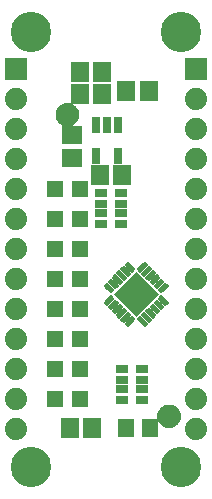
<source format=gbr>
G04 EAGLE Gerber RS-274X export*
G75*
%MOMM*%
%FSLAX34Y34*%
%LPD*%
%INSoldermask Top*%
%IPPOS*%
%AMOC8*
5,1,8,0,0,1.08239X$1,22.5*%
G01*
%ADD10C,0.343072*%
%ADD11R,2.703200X2.703200*%
%ADD12R,1.503200X1.703200*%
%ADD13R,1.403200X1.503200*%
%ADD14C,1.203200*%
%ADD15C,0.500000*%
%ADD16R,0.753200X1.403200*%
%ADD17R,1.703200X1.503200*%
%ADD18R,1.403200X1.403200*%
%ADD19R,1.103200X0.653200*%
%ADD20R,1.879600X1.879600*%
%ADD21C,1.879600*%
%ADD22C,3.419200*%


D10*
X107159Y197260D02*
X111826Y192593D01*
X110835Y191602D01*
X106168Y196269D01*
X107159Y197260D01*
X107576Y194861D02*
X109558Y194861D01*
X108290Y189057D02*
X103623Y193724D01*
X108290Y189057D02*
X107299Y188066D01*
X102632Y192733D01*
X103623Y193724D01*
X104040Y191325D02*
X106022Y191325D01*
X104755Y185522D02*
X100088Y190189D01*
X104755Y185522D02*
X103764Y184531D01*
X99097Y189198D01*
X100088Y190189D01*
X100505Y187790D02*
X102487Y187790D01*
X101219Y181986D02*
X96552Y186653D01*
X101219Y181986D02*
X100228Y180995D01*
X95561Y185662D01*
X96552Y186653D01*
X96969Y184254D02*
X98951Y184254D01*
X97684Y178451D02*
X93017Y183118D01*
X97684Y178451D02*
X96693Y177460D01*
X92026Y182127D01*
X93017Y183118D01*
X93434Y180719D02*
X95416Y180719D01*
X94148Y174915D02*
X89481Y179582D01*
X94148Y174915D02*
X93157Y173924D01*
X88490Y178591D01*
X89481Y179582D01*
X89898Y177183D02*
X91880Y177183D01*
X94148Y167985D02*
X89481Y163318D01*
X88490Y164309D01*
X93157Y168976D01*
X94148Y167985D01*
X92740Y166577D02*
X90758Y166577D01*
X93017Y159782D02*
X97684Y164449D01*
X93017Y159782D02*
X92026Y160773D01*
X96693Y165440D01*
X97684Y164449D01*
X96276Y163041D02*
X94294Y163041D01*
X96552Y156247D02*
X101219Y160914D01*
X96552Y156247D02*
X95561Y157238D01*
X100228Y161905D01*
X101219Y160914D01*
X99811Y159506D02*
X97829Y159506D01*
X100088Y152711D02*
X104755Y157378D01*
X100088Y152711D02*
X99097Y153702D01*
X103764Y158369D01*
X104755Y157378D01*
X103347Y155970D02*
X101365Y155970D01*
X103623Y149176D02*
X108290Y153843D01*
X103623Y149176D02*
X102632Y150167D01*
X107299Y154834D01*
X108290Y153843D01*
X106882Y152435D02*
X104900Y152435D01*
X107159Y145640D02*
X111826Y150307D01*
X107159Y145640D02*
X106168Y146631D01*
X110835Y151298D01*
X111826Y150307D01*
X110418Y148899D02*
X108436Y148899D01*
X116774Y150307D02*
X121441Y145640D01*
X116774Y150307D02*
X117765Y151298D01*
X122432Y146631D01*
X121441Y145640D01*
X120164Y148899D02*
X118182Y148899D01*
X120310Y153843D02*
X124977Y149176D01*
X120310Y153843D02*
X121301Y154834D01*
X125968Y150167D01*
X124977Y149176D01*
X123700Y152435D02*
X121718Y152435D01*
X123845Y157378D02*
X128512Y152711D01*
X123845Y157378D02*
X124836Y158369D01*
X129503Y153702D01*
X128512Y152711D01*
X127235Y155970D02*
X125253Y155970D01*
X127381Y160914D02*
X132048Y156247D01*
X127381Y160914D02*
X128372Y161905D01*
X133039Y157238D01*
X132048Y156247D01*
X130771Y159506D02*
X128789Y159506D01*
X130916Y164449D02*
X135583Y159782D01*
X130916Y164449D02*
X131907Y165440D01*
X136574Y160773D01*
X135583Y159782D01*
X134306Y163041D02*
X132324Y163041D01*
X134452Y167985D02*
X139119Y163318D01*
X134452Y167985D02*
X135443Y168976D01*
X140110Y164309D01*
X139119Y163318D01*
X137842Y166577D02*
X135860Y166577D01*
X134452Y174915D02*
X139119Y179582D01*
X140110Y178591D01*
X135443Y173924D01*
X134452Y174915D01*
X136720Y177183D02*
X138702Y177183D01*
X135583Y183118D02*
X130916Y178451D01*
X135583Y183118D02*
X136574Y182127D01*
X131907Y177460D01*
X130916Y178451D01*
X133184Y180719D02*
X135166Y180719D01*
X132048Y186653D02*
X127381Y181986D01*
X132048Y186653D02*
X133039Y185662D01*
X128372Y180995D01*
X127381Y181986D01*
X129649Y184254D02*
X131631Y184254D01*
X128512Y190189D02*
X123845Y185522D01*
X128512Y190189D02*
X129503Y189198D01*
X124836Y184531D01*
X123845Y185522D01*
X126113Y187790D02*
X128095Y187790D01*
X124977Y193724D02*
X120310Y189057D01*
X124977Y193724D02*
X125968Y192733D01*
X121301Y188066D01*
X120310Y189057D01*
X122578Y191325D02*
X124560Y191325D01*
X121441Y197260D02*
X116774Y192593D01*
X121441Y197260D02*
X122432Y196269D01*
X117765Y191602D01*
X116774Y192593D01*
X119042Y194861D02*
X121024Y194861D01*
D11*
G36*
X114300Y152336D02*
X95186Y171450D01*
X114300Y190564D01*
X133414Y171450D01*
X114300Y152336D01*
G37*
D12*
X66760Y360150D03*
X85760Y360150D03*
X66680Y341500D03*
X85680Y341500D03*
X58060Y58570D03*
X77060Y58570D03*
X105820Y343550D03*
X124820Y343550D03*
D13*
X105410Y58420D03*
X125730Y58420D03*
D14*
X142170Y68190D03*
D15*
X134670Y68190D02*
X134672Y68009D01*
X134679Y67828D01*
X134690Y67647D01*
X134705Y67466D01*
X134725Y67286D01*
X134749Y67106D01*
X134777Y66927D01*
X134810Y66749D01*
X134847Y66572D01*
X134888Y66395D01*
X134933Y66220D01*
X134983Y66045D01*
X135037Y65872D01*
X135095Y65701D01*
X135157Y65530D01*
X135224Y65362D01*
X135294Y65195D01*
X135368Y65029D01*
X135447Y64866D01*
X135529Y64705D01*
X135615Y64545D01*
X135705Y64388D01*
X135799Y64233D01*
X135896Y64080D01*
X135998Y63930D01*
X136102Y63782D01*
X136211Y63636D01*
X136322Y63494D01*
X136438Y63354D01*
X136556Y63217D01*
X136678Y63082D01*
X136803Y62951D01*
X136931Y62823D01*
X137062Y62698D01*
X137197Y62576D01*
X137334Y62458D01*
X137474Y62342D01*
X137616Y62231D01*
X137762Y62122D01*
X137910Y62018D01*
X138060Y61916D01*
X138213Y61819D01*
X138368Y61725D01*
X138525Y61635D01*
X138685Y61549D01*
X138846Y61467D01*
X139009Y61388D01*
X139175Y61314D01*
X139342Y61244D01*
X139510Y61177D01*
X139681Y61115D01*
X139852Y61057D01*
X140025Y61003D01*
X140200Y60953D01*
X140375Y60908D01*
X140552Y60867D01*
X140729Y60830D01*
X140907Y60797D01*
X141086Y60769D01*
X141266Y60745D01*
X141446Y60725D01*
X141627Y60710D01*
X141808Y60699D01*
X141989Y60692D01*
X142170Y60690D01*
X134670Y68190D02*
X134672Y68371D01*
X134679Y68552D01*
X134690Y68733D01*
X134705Y68914D01*
X134725Y69094D01*
X134749Y69274D01*
X134777Y69453D01*
X134810Y69631D01*
X134847Y69808D01*
X134888Y69985D01*
X134933Y70160D01*
X134983Y70335D01*
X135037Y70508D01*
X135095Y70679D01*
X135157Y70850D01*
X135224Y71018D01*
X135294Y71185D01*
X135368Y71351D01*
X135447Y71514D01*
X135529Y71675D01*
X135615Y71835D01*
X135705Y71992D01*
X135799Y72147D01*
X135896Y72300D01*
X135998Y72450D01*
X136102Y72598D01*
X136211Y72744D01*
X136322Y72886D01*
X136438Y73026D01*
X136556Y73163D01*
X136678Y73298D01*
X136803Y73429D01*
X136931Y73557D01*
X137062Y73682D01*
X137197Y73804D01*
X137334Y73922D01*
X137474Y74038D01*
X137616Y74149D01*
X137762Y74258D01*
X137910Y74362D01*
X138060Y74464D01*
X138213Y74561D01*
X138368Y74655D01*
X138525Y74745D01*
X138685Y74831D01*
X138846Y74913D01*
X139009Y74992D01*
X139175Y75066D01*
X139342Y75136D01*
X139510Y75203D01*
X139681Y75265D01*
X139852Y75323D01*
X140025Y75377D01*
X140200Y75427D01*
X140375Y75472D01*
X140552Y75513D01*
X140729Y75550D01*
X140907Y75583D01*
X141086Y75611D01*
X141266Y75635D01*
X141446Y75655D01*
X141627Y75670D01*
X141808Y75681D01*
X141989Y75688D01*
X142170Y75690D01*
X142351Y75688D01*
X142532Y75681D01*
X142713Y75670D01*
X142894Y75655D01*
X143074Y75635D01*
X143254Y75611D01*
X143433Y75583D01*
X143611Y75550D01*
X143788Y75513D01*
X143965Y75472D01*
X144140Y75427D01*
X144315Y75377D01*
X144488Y75323D01*
X144659Y75265D01*
X144830Y75203D01*
X144998Y75136D01*
X145165Y75066D01*
X145331Y74992D01*
X145494Y74913D01*
X145655Y74831D01*
X145815Y74745D01*
X145972Y74655D01*
X146127Y74561D01*
X146280Y74464D01*
X146430Y74362D01*
X146578Y74258D01*
X146724Y74149D01*
X146866Y74038D01*
X147006Y73922D01*
X147143Y73804D01*
X147278Y73682D01*
X147409Y73557D01*
X147537Y73429D01*
X147662Y73298D01*
X147784Y73163D01*
X147902Y73026D01*
X148018Y72886D01*
X148129Y72744D01*
X148238Y72598D01*
X148342Y72450D01*
X148444Y72300D01*
X148541Y72147D01*
X148635Y71992D01*
X148725Y71835D01*
X148811Y71675D01*
X148893Y71514D01*
X148972Y71351D01*
X149046Y71185D01*
X149116Y71018D01*
X149183Y70850D01*
X149245Y70679D01*
X149303Y70508D01*
X149357Y70335D01*
X149407Y70160D01*
X149452Y69985D01*
X149493Y69808D01*
X149530Y69631D01*
X149563Y69453D01*
X149591Y69274D01*
X149615Y69094D01*
X149635Y68914D01*
X149650Y68733D01*
X149661Y68552D01*
X149668Y68371D01*
X149670Y68190D01*
X149668Y68009D01*
X149661Y67828D01*
X149650Y67647D01*
X149635Y67466D01*
X149615Y67286D01*
X149591Y67106D01*
X149563Y66927D01*
X149530Y66749D01*
X149493Y66572D01*
X149452Y66395D01*
X149407Y66220D01*
X149357Y66045D01*
X149303Y65872D01*
X149245Y65701D01*
X149183Y65530D01*
X149116Y65362D01*
X149046Y65195D01*
X148972Y65029D01*
X148893Y64866D01*
X148811Y64705D01*
X148725Y64545D01*
X148635Y64388D01*
X148541Y64233D01*
X148444Y64080D01*
X148342Y63930D01*
X148238Y63782D01*
X148129Y63636D01*
X148018Y63494D01*
X147902Y63354D01*
X147784Y63217D01*
X147662Y63082D01*
X147537Y62951D01*
X147409Y62823D01*
X147278Y62698D01*
X147143Y62576D01*
X147006Y62458D01*
X146866Y62342D01*
X146724Y62231D01*
X146578Y62122D01*
X146430Y62018D01*
X146280Y61916D01*
X146127Y61819D01*
X145972Y61725D01*
X145815Y61635D01*
X145655Y61549D01*
X145494Y61467D01*
X145331Y61388D01*
X145165Y61314D01*
X144998Y61244D01*
X144830Y61177D01*
X144659Y61115D01*
X144488Y61057D01*
X144315Y61003D01*
X144140Y60953D01*
X143965Y60908D01*
X143788Y60867D01*
X143611Y60830D01*
X143433Y60797D01*
X143254Y60769D01*
X143074Y60745D01*
X142894Y60725D01*
X142713Y60710D01*
X142532Y60699D01*
X142351Y60692D01*
X142170Y60690D01*
D14*
X56080Y323440D03*
D15*
X48580Y323440D02*
X48582Y323259D01*
X48589Y323078D01*
X48600Y322897D01*
X48615Y322716D01*
X48635Y322536D01*
X48659Y322356D01*
X48687Y322177D01*
X48720Y321999D01*
X48757Y321822D01*
X48798Y321645D01*
X48843Y321470D01*
X48893Y321295D01*
X48947Y321122D01*
X49005Y320951D01*
X49067Y320780D01*
X49134Y320612D01*
X49204Y320445D01*
X49278Y320279D01*
X49357Y320116D01*
X49439Y319955D01*
X49525Y319795D01*
X49615Y319638D01*
X49709Y319483D01*
X49806Y319330D01*
X49908Y319180D01*
X50012Y319032D01*
X50121Y318886D01*
X50232Y318744D01*
X50348Y318604D01*
X50466Y318467D01*
X50588Y318332D01*
X50713Y318201D01*
X50841Y318073D01*
X50972Y317948D01*
X51107Y317826D01*
X51244Y317708D01*
X51384Y317592D01*
X51526Y317481D01*
X51672Y317372D01*
X51820Y317268D01*
X51970Y317166D01*
X52123Y317069D01*
X52278Y316975D01*
X52435Y316885D01*
X52595Y316799D01*
X52756Y316717D01*
X52919Y316638D01*
X53085Y316564D01*
X53252Y316494D01*
X53420Y316427D01*
X53591Y316365D01*
X53762Y316307D01*
X53935Y316253D01*
X54110Y316203D01*
X54285Y316158D01*
X54462Y316117D01*
X54639Y316080D01*
X54817Y316047D01*
X54996Y316019D01*
X55176Y315995D01*
X55356Y315975D01*
X55537Y315960D01*
X55718Y315949D01*
X55899Y315942D01*
X56080Y315940D01*
X48580Y323440D02*
X48582Y323621D01*
X48589Y323802D01*
X48600Y323983D01*
X48615Y324164D01*
X48635Y324344D01*
X48659Y324524D01*
X48687Y324703D01*
X48720Y324881D01*
X48757Y325058D01*
X48798Y325235D01*
X48843Y325410D01*
X48893Y325585D01*
X48947Y325758D01*
X49005Y325929D01*
X49067Y326100D01*
X49134Y326268D01*
X49204Y326435D01*
X49278Y326601D01*
X49357Y326764D01*
X49439Y326925D01*
X49525Y327085D01*
X49615Y327242D01*
X49709Y327397D01*
X49806Y327550D01*
X49908Y327700D01*
X50012Y327848D01*
X50121Y327994D01*
X50232Y328136D01*
X50348Y328276D01*
X50466Y328413D01*
X50588Y328548D01*
X50713Y328679D01*
X50841Y328807D01*
X50972Y328932D01*
X51107Y329054D01*
X51244Y329172D01*
X51384Y329288D01*
X51526Y329399D01*
X51672Y329508D01*
X51820Y329612D01*
X51970Y329714D01*
X52123Y329811D01*
X52278Y329905D01*
X52435Y329995D01*
X52595Y330081D01*
X52756Y330163D01*
X52919Y330242D01*
X53085Y330316D01*
X53252Y330386D01*
X53420Y330453D01*
X53591Y330515D01*
X53762Y330573D01*
X53935Y330627D01*
X54110Y330677D01*
X54285Y330722D01*
X54462Y330763D01*
X54639Y330800D01*
X54817Y330833D01*
X54996Y330861D01*
X55176Y330885D01*
X55356Y330905D01*
X55537Y330920D01*
X55718Y330931D01*
X55899Y330938D01*
X56080Y330940D01*
X56261Y330938D01*
X56442Y330931D01*
X56623Y330920D01*
X56804Y330905D01*
X56984Y330885D01*
X57164Y330861D01*
X57343Y330833D01*
X57521Y330800D01*
X57698Y330763D01*
X57875Y330722D01*
X58050Y330677D01*
X58225Y330627D01*
X58398Y330573D01*
X58569Y330515D01*
X58740Y330453D01*
X58908Y330386D01*
X59075Y330316D01*
X59241Y330242D01*
X59404Y330163D01*
X59565Y330081D01*
X59725Y329995D01*
X59882Y329905D01*
X60037Y329811D01*
X60190Y329714D01*
X60340Y329612D01*
X60488Y329508D01*
X60634Y329399D01*
X60776Y329288D01*
X60916Y329172D01*
X61053Y329054D01*
X61188Y328932D01*
X61319Y328807D01*
X61447Y328679D01*
X61572Y328548D01*
X61694Y328413D01*
X61812Y328276D01*
X61928Y328136D01*
X62039Y327994D01*
X62148Y327848D01*
X62252Y327700D01*
X62354Y327550D01*
X62451Y327397D01*
X62545Y327242D01*
X62635Y327085D01*
X62721Y326925D01*
X62803Y326764D01*
X62882Y326601D01*
X62956Y326435D01*
X63026Y326268D01*
X63093Y326100D01*
X63155Y325929D01*
X63213Y325758D01*
X63267Y325585D01*
X63317Y325410D01*
X63362Y325235D01*
X63403Y325058D01*
X63440Y324881D01*
X63473Y324703D01*
X63501Y324524D01*
X63525Y324344D01*
X63545Y324164D01*
X63560Y323983D01*
X63571Y323802D01*
X63578Y323621D01*
X63580Y323440D01*
X63578Y323259D01*
X63571Y323078D01*
X63560Y322897D01*
X63545Y322716D01*
X63525Y322536D01*
X63501Y322356D01*
X63473Y322177D01*
X63440Y321999D01*
X63403Y321822D01*
X63362Y321645D01*
X63317Y321470D01*
X63267Y321295D01*
X63213Y321122D01*
X63155Y320951D01*
X63093Y320780D01*
X63026Y320612D01*
X62956Y320445D01*
X62882Y320279D01*
X62803Y320116D01*
X62721Y319955D01*
X62635Y319795D01*
X62545Y319638D01*
X62451Y319483D01*
X62354Y319330D01*
X62252Y319180D01*
X62148Y319032D01*
X62039Y318886D01*
X61928Y318744D01*
X61812Y318604D01*
X61694Y318467D01*
X61572Y318332D01*
X61447Y318201D01*
X61319Y318073D01*
X61188Y317948D01*
X61053Y317826D01*
X60916Y317708D01*
X60776Y317592D01*
X60634Y317481D01*
X60488Y317372D01*
X60340Y317268D01*
X60190Y317166D01*
X60037Y317069D01*
X59882Y316975D01*
X59725Y316885D01*
X59565Y316799D01*
X59404Y316717D01*
X59241Y316638D01*
X59075Y316564D01*
X58908Y316494D01*
X58740Y316427D01*
X58569Y316365D01*
X58398Y316307D01*
X58225Y316253D01*
X58050Y316203D01*
X57875Y316158D01*
X57698Y316117D01*
X57521Y316080D01*
X57343Y316047D01*
X57164Y316019D01*
X56984Y315995D01*
X56804Y315975D01*
X56623Y315960D01*
X56442Y315949D01*
X56261Y315942D01*
X56080Y315940D01*
D16*
X98960Y314921D03*
X89460Y314921D03*
X79960Y314921D03*
X79960Y288919D03*
X98960Y288919D03*
D17*
X60380Y306010D03*
X60380Y287010D03*
D12*
X102540Y272700D03*
X83540Y272700D03*
D18*
X45380Y260350D03*
X66380Y260350D03*
X45380Y234950D03*
X66380Y234950D03*
X45380Y209550D03*
X66380Y209550D03*
X45380Y184150D03*
X66380Y184150D03*
X45380Y158750D03*
X66380Y158750D03*
X45380Y133350D03*
X66380Y133350D03*
X45380Y107950D03*
X66380Y107950D03*
X45380Y82550D03*
X66380Y82550D03*
D19*
X101740Y257160D03*
X84740Y257160D03*
X101740Y248160D03*
X101740Y240160D03*
X101740Y231160D03*
X84740Y231160D03*
X84740Y248160D03*
X84740Y240160D03*
X119520Y108210D03*
X102520Y108210D03*
X119520Y99210D03*
X119520Y91210D03*
X119520Y82210D03*
X102520Y82210D03*
X102520Y99210D03*
X102520Y91210D03*
D20*
X165100Y361950D03*
D21*
X165100Y336550D03*
X165100Y311150D03*
X165100Y285750D03*
X165100Y260350D03*
X165100Y234950D03*
X165100Y209550D03*
X165100Y184150D03*
X165100Y158750D03*
X165100Y133350D03*
X165100Y107950D03*
X165100Y82550D03*
X165100Y57150D03*
D20*
X12700Y361950D03*
D21*
X12700Y336550D03*
X12700Y311150D03*
X12700Y285750D03*
X12700Y260350D03*
X12700Y234950D03*
X12700Y209550D03*
X12700Y184150D03*
X12700Y158750D03*
X12700Y133350D03*
X12700Y107950D03*
X12700Y82550D03*
X12700Y57150D03*
D22*
X25400Y25400D03*
X152400Y25400D03*
X25400Y393700D03*
X152400Y393700D03*
M02*

</source>
